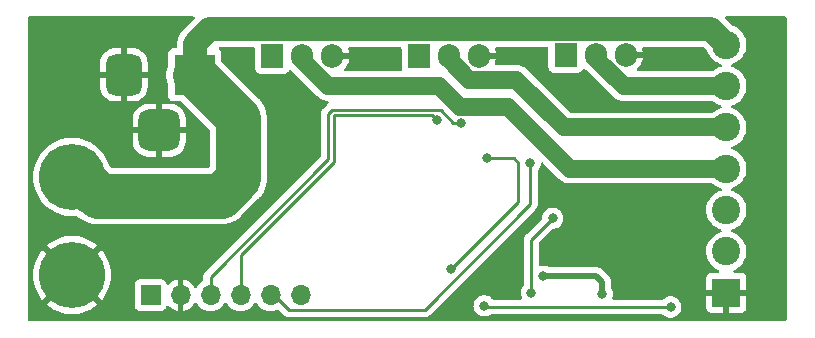
<source format=gbr>
%TF.GenerationSoftware,KiCad,Pcbnew,7.0.6*%
%TF.CreationDate,2024-04-30T22:33:33+02:00*%
%TF.ProjectId,MatchboxV2_HC,4d617463-6862-46f7-9856-325f48432e6b,rev?*%
%TF.SameCoordinates,Original*%
%TF.FileFunction,Copper,L2,Bot*%
%TF.FilePolarity,Positive*%
%FSLAX46Y46*%
G04 Gerber Fmt 4.6, Leading zero omitted, Abs format (unit mm)*
G04 Created by KiCad (PCBNEW 7.0.6) date 2024-04-30 22:33:33*
%MOMM*%
%LPD*%
G01*
G04 APERTURE LIST*
G04 Aperture macros list*
%AMRoundRect*
0 Rectangle with rounded corners*
0 $1 Rounding radius*
0 $2 $3 $4 $5 $6 $7 $8 $9 X,Y pos of 4 corners*
0 Add a 4 corners polygon primitive as box body*
4,1,4,$2,$3,$4,$5,$6,$7,$8,$9,$2,$3,0*
0 Add four circle primitives for the rounded corners*
1,1,$1+$1,$2,$3*
1,1,$1+$1,$4,$5*
1,1,$1+$1,$6,$7*
1,1,$1+$1,$8,$9*
0 Add four rect primitives between the rounded corners*
20,1,$1+$1,$2,$3,$4,$5,0*
20,1,$1+$1,$4,$5,$6,$7,0*
20,1,$1+$1,$6,$7,$8,$9,0*
20,1,$1+$1,$8,$9,$2,$3,0*%
G04 Aperture macros list end*
%TA.AperFunction,ComponentPad*%
%ADD10R,1.905000X2.000000*%
%TD*%
%TA.AperFunction,ComponentPad*%
%ADD11O,1.905000X2.000000*%
%TD*%
%TA.AperFunction,ComponentPad*%
%ADD12R,2.400000X2.400000*%
%TD*%
%TA.AperFunction,ComponentPad*%
%ADD13C,2.400000*%
%TD*%
%TA.AperFunction,ComponentPad*%
%ADD14C,3.600000*%
%TD*%
%TA.AperFunction,ConnectorPad*%
%ADD15C,5.600000*%
%TD*%
%TA.AperFunction,ComponentPad*%
%ADD16R,3.500000X3.500000*%
%TD*%
%TA.AperFunction,ComponentPad*%
%ADD17RoundRect,0.750000X-0.750000X-1.000000X0.750000X-1.000000X0.750000X1.000000X-0.750000X1.000000X0*%
%TD*%
%TA.AperFunction,ComponentPad*%
%ADD18RoundRect,0.875000X-0.875000X-0.875000X0.875000X-0.875000X0.875000X0.875000X-0.875000X0.875000X0*%
%TD*%
%TA.AperFunction,ComponentPad*%
%ADD19R,1.700000X1.700000*%
%TD*%
%TA.AperFunction,ComponentPad*%
%ADD20O,1.700000X1.700000*%
%TD*%
%TA.AperFunction,ViaPad*%
%ADD21C,0.600000*%
%TD*%
%TA.AperFunction,ViaPad*%
%ADD22C,0.800000*%
%TD*%
%TA.AperFunction,Conductor*%
%ADD23C,0.500000*%
%TD*%
%TA.AperFunction,Conductor*%
%ADD24C,0.250000*%
%TD*%
%TA.AperFunction,Conductor*%
%ADD25C,2.000000*%
%TD*%
%TA.AperFunction,Conductor*%
%ADD26C,3.800000*%
%TD*%
%TA.AperFunction,Conductor*%
%ADD27C,1.500000*%
%TD*%
%TA.AperFunction,Conductor*%
%ADD28C,4.000000*%
%TD*%
G04 APERTURE END LIST*
D10*
%TO.P,Q2,1,G*%
%TO.N,/FET2*%
X149960000Y-82345000D03*
D11*
%TO.P,Q2,2,D*%
%TO.N,/RGB-G*%
X152500000Y-82345000D03*
%TO.P,Q2,3,S*%
%TO.N,/GND*%
X155040000Y-82345000D03*
%TD*%
D12*
%TO.P,J4,1,Pin_1*%
%TO.N,/GND*%
X176000000Y-102400000D03*
D13*
%TO.P,J4,2,Pin_2*%
%TO.N,/3V3*%
X176000000Y-98900000D03*
%TO.P,J4,3,Pin_3*%
%TO.N,/IR*%
X176000000Y-95400000D03*
%TO.P,J4,4,Pin_4*%
%TO.N,/RGB-B*%
X176000000Y-91900000D03*
%TO.P,J4,5,Pin_5*%
%TO.N,/RGB-G*%
X176000000Y-88400000D03*
%TO.P,J4,6,Pin_6*%
%TO.N,/RGB-R*%
X176000000Y-84900000D03*
%TO.P,J4,7,Pin_7*%
%TO.N,/VCC*%
X176000000Y-81400000D03*
%TD*%
D10*
%TO.P,Q1,1,G*%
%TO.N,/FET1*%
X137560000Y-82345000D03*
D11*
%TO.P,Q1,2,D*%
%TO.N,/RGB-B*%
X140100000Y-82345000D03*
%TO.P,Q1,3,S*%
%TO.N,/GND*%
X142640000Y-82345000D03*
%TD*%
D14*
%TO.P,H1,1,1*%
%TO.N,/VCC*%
X120600000Y-92600000D03*
D15*
X120600000Y-92600000D03*
%TD*%
D16*
%TO.P,J3,1,Pin_1*%
%TO.N,/VCC*%
X131000000Y-83942500D03*
D17*
%TO.P,J3,2,Pin_2*%
%TO.N,/GND*%
X125000000Y-83942500D03*
D18*
%TO.P,J3,3,Pin_3*%
X128000000Y-88642500D03*
%TD*%
D19*
%TO.P,J1,1,Pin_1*%
%TO.N,/3V3*%
X127250000Y-102600000D03*
D20*
%TO.P,J1,2,Pin_2*%
%TO.N,/GND*%
X129790000Y-102600000D03*
%TO.P,J1,3,Pin_3*%
%TO.N,/RX*%
X132330000Y-102600000D03*
%TO.P,J1,4,Pin_4*%
%TO.N,/TX*%
X134870000Y-102600000D03*
%TO.P,J1,5,Pin_5*%
%TO.N,/FLS*%
X137410000Y-102600000D03*
%TO.P,J1,6,Pin_6*%
%TO.N,/RST*%
X139950000Y-102600000D03*
%TD*%
D14*
%TO.P,H2,1,1*%
%TO.N,/GND*%
X120600000Y-100900000D03*
D15*
X120600000Y-100900000D03*
%TD*%
D10*
%TO.P,Q3,1,G*%
%TO.N,/FET3*%
X162400000Y-82300000D03*
D11*
%TO.P,Q3,2,D*%
%TO.N,/RGB-R*%
X164940000Y-82300000D03*
%TO.P,Q3,3,S*%
%TO.N,/GND*%
X167480000Y-82300000D03*
%TD*%
D21*
%TO.N,/GND*%
X133500000Y-97800000D03*
D22*
%TO.N,/3V3*%
X165500000Y-102500000D03*
X155700000Y-91000000D03*
X160500000Y-101000000D03*
X152700000Y-100400000D03*
%TO.N,/RX*%
X153500000Y-88000000D03*
%TO.N,/TX*%
X151500000Y-87800000D03*
%TO.N,/FLS*%
X159400000Y-91400000D03*
%TO.N,/VCC*%
X129200000Y-94300000D03*
%TO.N,Net-(U1-EN)*%
X171300000Y-103600000D03*
X155500000Y-103500000D03*
%TO.N,/FET3*%
X161300000Y-96100000D03*
X159500000Y-102400000D03*
%TD*%
D23*
%TO.N,/3V3*%
X160500000Y-101000000D02*
X165000000Y-101000000D01*
D24*
X158400000Y-91400000D02*
X158400000Y-94700000D01*
X158000000Y-91000000D02*
X158400000Y-91400000D01*
X158400000Y-94700000D02*
X152700000Y-100400000D01*
X155700000Y-91000000D02*
X158000000Y-91000000D01*
D23*
X165000000Y-101000000D02*
X165500000Y-101500000D01*
X165500000Y-101500000D02*
X165500000Y-102500000D01*
D24*
%TO.N,/RX*%
X153500000Y-88000000D02*
X152900000Y-88000000D01*
X142641826Y-86905000D02*
X142305000Y-87241826D01*
X142305000Y-87241826D02*
X142305000Y-91095000D01*
X151805000Y-86905000D02*
X142641826Y-86905000D01*
X132330000Y-101070000D02*
X132330000Y-102300000D01*
X142305000Y-91095000D02*
X132330000Y-101070000D01*
X152900000Y-88000000D02*
X151805000Y-86905000D01*
%TO.N,/TX*%
X142755000Y-87428222D02*
X142828222Y-87355000D01*
X134870000Y-99230000D02*
X142755000Y-91345000D01*
X142828222Y-87355000D02*
X151055000Y-87355000D01*
X151055000Y-87355000D02*
X151500000Y-87800000D01*
X142755000Y-91345000D02*
X142755000Y-87428222D01*
X134870000Y-102300000D02*
X134870000Y-99230000D01*
%TO.N,/FLS*%
X150455000Y-103845000D02*
X138955000Y-103845000D01*
X159400000Y-91400000D02*
X159400000Y-94900000D01*
X138955000Y-103845000D02*
X137410000Y-102300000D01*
X159400000Y-94900000D02*
X150455000Y-103845000D01*
D25*
%TO.N,/VCC*%
X131000000Y-83900000D02*
X131000000Y-81300000D01*
D26*
X134700000Y-92700000D02*
X133200000Y-94200000D01*
D25*
X131000000Y-81300000D02*
X132200000Y-80100000D01*
D26*
X134700000Y-87642500D02*
X134700000Y-92700000D01*
D25*
X132200000Y-80100000D02*
X174700000Y-80100000D01*
X174700000Y-80100000D02*
X176000000Y-81400000D01*
D26*
X129100000Y-94200000D02*
X122800000Y-94200000D01*
X133200000Y-94200000D02*
X129300000Y-94200000D01*
D27*
X131000000Y-83900000D02*
X131000000Y-83942500D01*
D26*
X131000000Y-83942500D02*
X134700000Y-87642500D01*
D28*
X122500000Y-93900000D02*
X120900000Y-92300000D01*
D26*
X122800000Y-94200000D02*
X122500000Y-93900000D01*
D24*
%TO.N,Net-(U1-EN)*%
X171300000Y-103600000D02*
X155500000Y-103600000D01*
D27*
%TO.N,/RGB-B*%
X157550000Y-86650000D02*
X162800000Y-91900000D01*
X153450000Y-86650000D02*
X157550000Y-86650000D01*
X140000000Y-82400000D02*
X140000000Y-82598041D01*
X162800000Y-91900000D02*
X176000000Y-91900000D01*
X142301959Y-84900000D02*
X151700000Y-84900000D01*
X151700000Y-84900000D02*
X153450000Y-86650000D01*
X140000000Y-82598041D02*
X142301959Y-84900000D01*
%TO.N,/RGB-G*%
X152500000Y-82400000D02*
X152500000Y-82598041D01*
X162250000Y-88400000D02*
X176000000Y-88400000D01*
X154251959Y-84350000D02*
X158200000Y-84350000D01*
X152500000Y-82598041D02*
X154251959Y-84350000D01*
X158200000Y-84350000D02*
X162250000Y-88400000D01*
D24*
%TO.N,/FET3*%
X159500000Y-97900000D02*
X161300000Y-96100000D01*
X159500000Y-102400000D02*
X159500000Y-97900000D01*
D27*
%TO.N,/RGB-R*%
X167301959Y-84900000D02*
X176000000Y-84900000D01*
X165000000Y-82598041D02*
X167301959Y-84900000D01*
X165000000Y-82400000D02*
X165000000Y-82598041D01*
%TD*%
%TA.AperFunction,Conductor*%
%TO.N,/GND*%
G36*
X130945148Y-79020185D02*
G01*
X130990903Y-79072989D01*
X131000847Y-79142147D01*
X130971822Y-79205703D01*
X130965790Y-79212181D01*
X130007588Y-80170382D01*
X130001827Y-80175471D01*
X129980256Y-80192262D01*
X129917049Y-80260922D01*
X129895102Y-80282869D01*
X129895098Y-80282874D01*
X129875033Y-80306564D01*
X129844641Y-80339578D01*
X129811834Y-80375216D01*
X129796892Y-80398087D01*
X129792297Y-80404250D01*
X129774635Y-80425104D01*
X129726860Y-80505278D01*
X129675828Y-80583390D01*
X129675824Y-80583397D01*
X129664853Y-80608409D01*
X129661335Y-80615244D01*
X129647348Y-80638717D01*
X129647343Y-80638726D01*
X129613420Y-80725663D01*
X129575935Y-80811123D01*
X129569226Y-80837616D01*
X129566881Y-80844935D01*
X129556953Y-80870379D01*
X129556948Y-80870395D01*
X129537801Y-80961711D01*
X129514892Y-81052175D01*
X129514890Y-81052185D01*
X129512635Y-81079408D01*
X129511526Y-81087016D01*
X129505920Y-81113750D01*
X129505919Y-81113763D01*
X129502062Y-81207009D01*
X129499500Y-81237936D01*
X129499500Y-81268964D01*
X129495642Y-81362219D01*
X129495643Y-81362221D01*
X129499023Y-81389345D01*
X129499499Y-81397019D01*
X129499499Y-81568000D01*
X129479814Y-81635039D01*
X129427010Y-81680794D01*
X129375500Y-81692000D01*
X129202130Y-81692000D01*
X129202123Y-81692001D01*
X129142516Y-81698408D01*
X129007671Y-81748702D01*
X129007664Y-81748706D01*
X128892455Y-81834952D01*
X128892452Y-81834955D01*
X128806206Y-81950164D01*
X128806202Y-81950171D01*
X128755908Y-82085017D01*
X128749501Y-82144616D01*
X128749499Y-82144635D01*
X128749499Y-83083539D01*
X128741168Y-83128222D01*
X128705249Y-83221203D01*
X128705246Y-83221212D01*
X128631851Y-83520573D01*
X128631848Y-83520588D01*
X128597338Y-83826869D01*
X128597337Y-83826877D01*
X128602279Y-84135073D01*
X128602279Y-84135080D01*
X128646590Y-84440107D01*
X128729543Y-84736966D01*
X128729544Y-84736967D01*
X128739677Y-84760887D01*
X128749500Y-84809256D01*
X128749500Y-85740370D01*
X128749501Y-85740376D01*
X128755908Y-85799983D01*
X128806202Y-85934828D01*
X128806206Y-85934835D01*
X128892452Y-86050044D01*
X128892455Y-86050047D01*
X129007664Y-86136293D01*
X129007673Y-86136298D01*
X129056506Y-86154511D01*
X129112440Y-86196381D01*
X129136858Y-86261845D01*
X129122007Y-86330118D01*
X129072603Y-86379524D01*
X129006598Y-86394518D01*
X128968592Y-86392500D01*
X128250000Y-86392500D01*
X128250000Y-88142500D01*
X127750000Y-88142500D01*
X127750000Y-86392500D01*
X127749999Y-86392500D01*
X127031409Y-86392501D01*
X126978809Y-86395294D01*
X126749012Y-86439737D01*
X126530024Y-86522379D01*
X126328158Y-86640839D01*
X126328151Y-86640844D01*
X126149213Y-86791711D01*
X126149211Y-86791713D01*
X125998344Y-86970651D01*
X125998339Y-86970658D01*
X125879879Y-87172524D01*
X125797237Y-87391512D01*
X125752794Y-87621308D01*
X125752794Y-87621309D01*
X125750000Y-87673909D01*
X125750000Y-88392500D01*
X126566314Y-88392500D01*
X126540507Y-88432656D01*
X126500000Y-88570611D01*
X126500000Y-88714389D01*
X126540507Y-88852344D01*
X126566314Y-88892500D01*
X125750001Y-88892500D01*
X125750001Y-89611091D01*
X125752794Y-89663690D01*
X125797237Y-89893487D01*
X125879879Y-90112475D01*
X125998339Y-90314341D01*
X125998344Y-90314348D01*
X126149211Y-90493286D01*
X126149213Y-90493288D01*
X126328151Y-90644155D01*
X126328158Y-90644160D01*
X126530024Y-90762620D01*
X126749012Y-90845262D01*
X126978808Y-90889705D01*
X127031408Y-90892499D01*
X127749999Y-90892499D01*
X127749999Y-90892498D01*
X127750000Y-89142500D01*
X128250000Y-89142500D01*
X128250000Y-90892499D01*
X128968591Y-90892499D01*
X129021190Y-90889705D01*
X129250987Y-90845262D01*
X129469975Y-90762620D01*
X129671841Y-90644160D01*
X129671848Y-90644155D01*
X129850786Y-90493288D01*
X129850788Y-90493286D01*
X130001655Y-90314348D01*
X130001660Y-90314341D01*
X130120120Y-90112475D01*
X130202762Y-89893487D01*
X130247205Y-89663691D01*
X130247205Y-89663690D01*
X130250000Y-89611091D01*
X130250000Y-88892500D01*
X129433686Y-88892500D01*
X129459493Y-88852344D01*
X129500000Y-88714389D01*
X129500000Y-88570611D01*
X129459493Y-88432656D01*
X129433686Y-88392500D01*
X130249999Y-88392500D01*
X130249999Y-87673909D01*
X130247205Y-87621309D01*
X130202762Y-87391512D01*
X130120120Y-87172524D01*
X130001660Y-86970658D01*
X130001655Y-86970651D01*
X129850788Y-86791713D01*
X129850786Y-86791711D01*
X129671848Y-86640844D01*
X129671841Y-86640839D01*
X129469975Y-86522379D01*
X129250984Y-86439736D01*
X129245840Y-86438741D01*
X129183760Y-86406680D01*
X129148869Y-86346146D01*
X129152244Y-86276358D01*
X129192814Y-86219473D01*
X129257697Y-86193552D01*
X129269376Y-86192999D01*
X129804317Y-86192999D01*
X129871356Y-86212684D01*
X129891998Y-86229318D01*
X132263181Y-88600501D01*
X132296666Y-88661824D01*
X132299500Y-88688182D01*
X132299500Y-91654317D01*
X132279815Y-91721356D01*
X132263183Y-91741996D01*
X132242001Y-91763179D01*
X132180679Y-91796666D01*
X132154318Y-91799500D01*
X123987103Y-91799500D01*
X123920064Y-91779815D01*
X123899422Y-91763181D01*
X123775184Y-91638943D01*
X123743384Y-91584434D01*
X123732325Y-91544601D01*
X123732325Y-91544600D01*
X123732324Y-91544597D01*
X123599853Y-91212120D01*
X123432211Y-90895915D01*
X123231365Y-90599689D01*
X123231361Y-90599684D01*
X123231358Y-90599680D01*
X122999668Y-90326914D01*
X122984570Y-90312612D01*
X122739837Y-90080789D01*
X122739830Y-90080783D01*
X122739827Y-90080781D01*
X122616970Y-89987388D01*
X122454919Y-89864200D01*
X122148253Y-89679685D01*
X122148252Y-89679684D01*
X122148248Y-89679682D01*
X122148244Y-89679680D01*
X121823447Y-89529414D01*
X121823441Y-89529411D01*
X121823435Y-89529409D01*
X121653854Y-89472270D01*
X121484273Y-89415131D01*
X121134744Y-89338194D01*
X120778949Y-89299500D01*
X120778948Y-89299500D01*
X120421052Y-89299500D01*
X120421050Y-89299500D01*
X120065255Y-89338194D01*
X119715726Y-89415131D01*
X119459970Y-89501306D01*
X119376565Y-89529409D01*
X119376562Y-89529410D01*
X119376563Y-89529410D01*
X119376552Y-89529414D01*
X119051755Y-89679680D01*
X119051751Y-89679682D01*
X118962751Y-89733232D01*
X118745081Y-89864200D01*
X118706555Y-89893487D01*
X118460172Y-90080781D01*
X118460163Y-90080789D01*
X118200331Y-90326914D01*
X117968641Y-90599680D01*
X117968634Y-90599690D01*
X117767790Y-90895913D01*
X117767784Y-90895922D01*
X117600151Y-91212111D01*
X117600142Y-91212129D01*
X117467674Y-91544600D01*
X117467672Y-91544607D01*
X117371932Y-91889434D01*
X117371926Y-91889460D01*
X117314029Y-92242614D01*
X117314028Y-92242627D01*
X117314028Y-92242629D01*
X117294652Y-92600000D01*
X117308429Y-92854111D01*
X117314028Y-92957368D01*
X117314029Y-92957385D01*
X117371926Y-93310539D01*
X117371932Y-93310565D01*
X117467672Y-93655392D01*
X117467674Y-93655399D01*
X117600142Y-93987870D01*
X117600151Y-93987888D01*
X117767784Y-94304077D01*
X117767787Y-94304082D01*
X117767789Y-94304085D01*
X117895697Y-94492736D01*
X117968634Y-94600309D01*
X117968641Y-94600319D01*
X118198141Y-94870507D01*
X118200332Y-94873086D01*
X118460163Y-95119211D01*
X118745081Y-95335800D01*
X119051747Y-95520315D01*
X119051749Y-95520316D01*
X119051751Y-95520317D01*
X119051755Y-95520319D01*
X119154350Y-95567784D01*
X119376565Y-95670591D01*
X119715726Y-95784868D01*
X120065254Y-95861805D01*
X120421052Y-95900500D01*
X120421058Y-95900500D01*
X120778943Y-95900500D01*
X120778948Y-95900500D01*
X120919847Y-95885175D01*
X120988619Y-95897495D01*
X121002941Y-95905884D01*
X121224626Y-96056542D01*
X121224628Y-96056543D01*
X121364138Y-96127627D01*
X121370640Y-96131455D01*
X121409260Y-96157485D01*
X121411660Y-96159187D01*
X121487747Y-96215972D01*
X121536014Y-96243155D01*
X121540235Y-96245761D01*
X121562194Y-96260561D01*
X121586166Y-96276718D01*
X121586175Y-96276722D01*
X121586184Y-96276728D01*
X121670997Y-96319259D01*
X121673629Y-96320659D01*
X121714247Y-96343534D01*
X121756318Y-96367228D01*
X121805743Y-96387238D01*
X121807660Y-96388014D01*
X121812182Y-96390059D01*
X121861697Y-96414890D01*
X121903862Y-96429644D01*
X121951276Y-96446235D01*
X121954032Y-96447273D01*
X122042025Y-96482899D01*
X122076464Y-96491929D01*
X122095604Y-96496949D01*
X122100357Y-96498401D01*
X122152628Y-96516692D01*
X122152630Y-96516692D01*
X122152634Y-96516694D01*
X122197864Y-96526257D01*
X122245476Y-96536325D01*
X122248376Y-96537011D01*
X122290190Y-96547975D01*
X122340179Y-96561084D01*
X122340185Y-96561084D01*
X122340192Y-96561086D01*
X122358273Y-96563416D01*
X122395117Y-96568166D01*
X122400002Y-96568997D01*
X122418615Y-96572932D01*
X122454201Y-96580457D01*
X122548805Y-96588054D01*
X122551744Y-96588361D01*
X122645883Y-96600500D01*
X122701274Y-96600500D01*
X122706236Y-96600698D01*
X122761446Y-96605133D01*
X122818360Y-96602394D01*
X122856237Y-96600572D01*
X122859217Y-96600500D01*
X129145883Y-96600500D01*
X133061706Y-96600500D01*
X133068644Y-96600889D01*
X133084377Y-96602662D01*
X133219232Y-96600500D01*
X133276974Y-96600500D01*
X133276979Y-96600500D01*
X133282021Y-96600175D01*
X133294732Y-96599359D01*
X133297676Y-96599242D01*
X133392572Y-96597721D01*
X133447391Y-96589757D01*
X133452316Y-96589242D01*
X133507601Y-96585693D01*
X133600754Y-96567551D01*
X133603671Y-96567055D01*
X133697604Y-96553410D01*
X133750948Y-96538502D01*
X133755754Y-96537364D01*
X133810151Y-96526772D01*
X133900242Y-96496859D01*
X133903053Y-96495999D01*
X133994467Y-96470456D01*
X134045472Y-96448847D01*
X134050124Y-96447094D01*
X134102683Y-96429644D01*
X134188197Y-96388461D01*
X134190857Y-96387258D01*
X134278284Y-96350223D01*
X134326124Y-96322259D01*
X134330479Y-96319943D01*
X134380393Y-96295907D01*
X134459962Y-96244111D01*
X134462425Y-96242591D01*
X134526774Y-96204980D01*
X134544388Y-96194686D01*
X134544389Y-96194685D01*
X134544388Y-96194685D01*
X134544396Y-96194681D01*
X134588248Y-96160845D01*
X134592302Y-96157968D01*
X134620075Y-96139890D01*
X134638720Y-96127754D01*
X134710987Y-96066230D01*
X134713260Y-96064387D01*
X134788433Y-96006387D01*
X134827611Y-95967207D01*
X134831242Y-95963856D01*
X134873424Y-95927948D01*
X134937242Y-95857676D01*
X134939244Y-95855574D01*
X136299625Y-94495192D01*
X136304794Y-94490572D01*
X136317181Y-94480696D01*
X136361695Y-94434730D01*
X136411031Y-94383788D01*
X136451840Y-94342979D01*
X136463560Y-94329649D01*
X136465564Y-94327476D01*
X136531614Y-94259276D01*
X136564752Y-94214871D01*
X136567864Y-94211033D01*
X136604446Y-94169433D01*
X136657485Y-94090737D01*
X136659195Y-94088326D01*
X136715972Y-94012253D01*
X136743159Y-93963977D01*
X136745746Y-93959785D01*
X136776718Y-93913835D01*
X136819275Y-93828967D01*
X136820659Y-93826368D01*
X136867223Y-93743691D01*
X136867223Y-93743689D01*
X136867228Y-93743682D01*
X136888027Y-93692304D01*
X136890051Y-93687829D01*
X136914889Y-93638303D01*
X136946235Y-93548719D01*
X136947273Y-93545967D01*
X136982899Y-93457975D01*
X136996950Y-93404387D01*
X136998398Y-93399651D01*
X137016694Y-93347366D01*
X137036337Y-93254454D01*
X137036999Y-93251662D01*
X137061084Y-93159821D01*
X137068171Y-93104844D01*
X137068991Y-93100015D01*
X137080456Y-93045800D01*
X137088055Y-92951174D01*
X137088354Y-92948304D01*
X137100500Y-92854117D01*
X137100500Y-92798723D01*
X137100699Y-92793759D01*
X137105133Y-92738555D01*
X137102533Y-92684541D01*
X137100572Y-92643762D01*
X137100500Y-92640782D01*
X137100500Y-87780791D01*
X137100890Y-87773844D01*
X137102662Y-87758118D01*
X137100500Y-87623267D01*
X137100500Y-87565521D01*
X137100154Y-87560148D01*
X137099359Y-87547768D01*
X137099242Y-87544818D01*
X137097721Y-87449928D01*
X137089757Y-87395110D01*
X137089241Y-87390169D01*
X137085693Y-87334899D01*
X137067547Y-87241726D01*
X137067057Y-87238842D01*
X137053410Y-87144895D01*
X137038499Y-87091537D01*
X137037365Y-87086744D01*
X137026772Y-87032349D01*
X137026769Y-87032339D01*
X137026769Y-87032338D01*
X136996861Y-86942263D01*
X136995999Y-86939446D01*
X136970456Y-86848033D01*
X136948843Y-86797015D01*
X136947103Y-86792401D01*
X136929644Y-86739817D01*
X136924878Y-86729921D01*
X136911934Y-86703041D01*
X136888458Y-86654293D01*
X136887257Y-86651640D01*
X136850222Y-86564216D01*
X136822262Y-86516379D01*
X136819943Y-86512020D01*
X136795907Y-86462107D01*
X136744130Y-86382564D01*
X136742564Y-86380026D01*
X136694681Y-86298103D01*
X136694680Y-86298102D01*
X136660841Y-86254246D01*
X136657974Y-86250206D01*
X136627754Y-86203780D01*
X136566236Y-86131518D01*
X136564363Y-86129207D01*
X136506390Y-86054070D01*
X136488498Y-86036178D01*
X136467205Y-86014885D01*
X136463847Y-86011245D01*
X136427952Y-85969080D01*
X136427951Y-85969079D01*
X136427948Y-85969076D01*
X136357667Y-85905249D01*
X136355544Y-85903224D01*
X133286818Y-82834498D01*
X133253333Y-82773175D01*
X133250499Y-82746817D01*
X133250499Y-82144629D01*
X133250498Y-82144623D01*
X133250497Y-82144616D01*
X133244091Y-82085017D01*
X133204571Y-81979059D01*
X133193797Y-81950171D01*
X133193793Y-81950164D01*
X133107548Y-81834956D01*
X133107546Y-81834955D01*
X133107546Y-81834954D01*
X133092599Y-81823765D01*
X133050730Y-81767833D01*
X133045746Y-81698142D01*
X133079231Y-81636819D01*
X133140554Y-81603334D01*
X133166912Y-81600500D01*
X135983000Y-81600500D01*
X136050039Y-81620185D01*
X136095794Y-81672989D01*
X136107000Y-81724500D01*
X136107000Y-83392870D01*
X136107001Y-83392876D01*
X136113408Y-83452483D01*
X136163702Y-83587328D01*
X136163706Y-83587335D01*
X136249952Y-83702544D01*
X136249955Y-83702547D01*
X136365164Y-83788793D01*
X136365171Y-83788797D01*
X136500017Y-83839091D01*
X136500016Y-83839091D01*
X136506944Y-83839835D01*
X136559627Y-83845500D01*
X138560372Y-83845499D01*
X138619983Y-83839091D01*
X138754831Y-83788796D01*
X138870046Y-83702546D01*
X138956296Y-83587331D01*
X138960725Y-83575455D01*
X139002593Y-83519521D01*
X139068056Y-83495101D01*
X139136330Y-83509950D01*
X139164589Y-83531104D01*
X141365601Y-85732116D01*
X141370238Y-85737304D01*
X141394451Y-85767666D01*
X141445926Y-85812639D01*
X141448959Y-85815474D01*
X141457430Y-85823945D01*
X141489778Y-85850951D01*
X141563963Y-85915765D01*
X141567712Y-85918005D01*
X141583581Y-85929264D01*
X141586939Y-85932067D01*
X141586942Y-85932070D01*
X141652162Y-85969076D01*
X141672641Y-85980696D01*
X141757195Y-86031215D01*
X141761285Y-86032749D01*
X141778909Y-86040995D01*
X141782708Y-86043151D01*
X141782709Y-86043151D01*
X141782714Y-86043154D01*
X141875721Y-86075698D01*
X141967935Y-86110307D01*
X141972225Y-86111085D01*
X141991053Y-86116055D01*
X141995177Y-86117498D01*
X142092498Y-86132912D01*
X142111145Y-86136296D01*
X142189410Y-86150500D01*
X142189412Y-86150500D01*
X142193781Y-86150500D01*
X142213179Y-86152026D01*
X142217500Y-86152711D01*
X142229082Y-86152451D01*
X142296546Y-86170626D01*
X142343475Y-86222390D01*
X142354968Y-86291308D01*
X142327377Y-86355499D01*
X142304756Y-86376734D01*
X142300401Y-86379898D01*
X142295515Y-86383108D01*
X142255405Y-86406829D01*
X142241241Y-86420994D01*
X142226449Y-86433628D01*
X142210238Y-86445405D01*
X142180532Y-86481312D01*
X142176600Y-86485634D01*
X141921211Y-86741023D01*
X141908948Y-86750848D01*
X141909131Y-86751070D01*
X141903120Y-86756041D01*
X141855771Y-86806463D01*
X141834889Y-86827345D01*
X141834877Y-86827358D01*
X141830621Y-86832843D01*
X141826837Y-86837273D01*
X141794937Y-86871244D01*
X141794936Y-86871246D01*
X141785284Y-86888802D01*
X141774610Y-86905052D01*
X141762329Y-86920887D01*
X141762324Y-86920894D01*
X141743815Y-86963664D01*
X141741245Y-86968910D01*
X141718803Y-87009732D01*
X141713822Y-87029133D01*
X141707521Y-87047536D01*
X141699562Y-87065928D01*
X141699561Y-87065931D01*
X141692271Y-87111953D01*
X141691087Y-87117672D01*
X141679501Y-87162798D01*
X141679500Y-87162808D01*
X141679500Y-87182842D01*
X141677973Y-87202241D01*
X141674840Y-87222020D01*
X141674840Y-87222021D01*
X141679225Y-87268409D01*
X141679500Y-87274247D01*
X141679500Y-90784546D01*
X141659815Y-90851585D01*
X141643181Y-90872227D01*
X131946208Y-100569199D01*
X131933951Y-100579020D01*
X131934134Y-100579241D01*
X131928123Y-100584213D01*
X131880772Y-100634636D01*
X131859889Y-100655519D01*
X131859877Y-100655532D01*
X131855621Y-100661017D01*
X131851837Y-100665447D01*
X131819937Y-100699418D01*
X131819936Y-100699420D01*
X131810284Y-100716976D01*
X131799610Y-100733226D01*
X131787329Y-100749061D01*
X131787324Y-100749068D01*
X131768815Y-100791838D01*
X131766245Y-100797084D01*
X131743803Y-100837906D01*
X131738822Y-100857307D01*
X131732521Y-100875710D01*
X131724562Y-100894102D01*
X131724561Y-100894105D01*
X131717271Y-100940127D01*
X131716087Y-100945846D01*
X131704501Y-100990972D01*
X131704500Y-100990982D01*
X131704500Y-101011016D01*
X131702973Y-101030416D01*
X131699839Y-101050194D01*
X131704224Y-101096580D01*
X131704499Y-101102417D01*
X131704499Y-101324773D01*
X131684814Y-101391812D01*
X131651623Y-101426348D01*
X131458594Y-101561508D01*
X131291508Y-101728594D01*
X131161269Y-101914595D01*
X131106692Y-101958219D01*
X131037193Y-101965412D01*
X130974839Y-101933890D01*
X130958119Y-101914594D01*
X130828113Y-101728926D01*
X130828108Y-101728920D01*
X130661082Y-101561894D01*
X130467578Y-101426399D01*
X130253492Y-101326570D01*
X130253486Y-101326567D01*
X130040000Y-101269364D01*
X130040000Y-102164498D01*
X129932315Y-102115320D01*
X129825763Y-102100000D01*
X129754237Y-102100000D01*
X129647685Y-102115320D01*
X129539999Y-102164498D01*
X129539999Y-101269364D01*
X129539998Y-101269364D01*
X129326505Y-101326570D01*
X129112422Y-101426399D01*
X129112420Y-101426400D01*
X128918926Y-101561886D01*
X128796865Y-101683947D01*
X128735542Y-101717431D01*
X128665850Y-101712447D01*
X128609917Y-101670575D01*
X128593002Y-101639598D01*
X128543797Y-101507671D01*
X128543793Y-101507664D01*
X128457547Y-101392455D01*
X128457544Y-101392452D01*
X128342335Y-101306206D01*
X128342328Y-101306202D01*
X128207482Y-101255908D01*
X128207483Y-101255908D01*
X128147883Y-101249501D01*
X128147881Y-101249500D01*
X128147873Y-101249500D01*
X128147864Y-101249500D01*
X126352129Y-101249500D01*
X126352123Y-101249501D01*
X126292516Y-101255908D01*
X126157671Y-101306202D01*
X126157664Y-101306206D01*
X126042455Y-101392452D01*
X126042452Y-101392455D01*
X125956206Y-101507664D01*
X125956202Y-101507671D01*
X125905908Y-101642517D01*
X125899501Y-101702116D01*
X125899500Y-101702135D01*
X125899500Y-103497870D01*
X125899501Y-103497876D01*
X125905908Y-103557483D01*
X125956202Y-103692328D01*
X125956206Y-103692335D01*
X126042452Y-103807544D01*
X126042455Y-103807547D01*
X126157664Y-103893793D01*
X126157671Y-103893797D01*
X126292517Y-103944091D01*
X126292516Y-103944091D01*
X126299444Y-103944835D01*
X126352127Y-103950500D01*
X128147872Y-103950499D01*
X128207483Y-103944091D01*
X128342331Y-103893796D01*
X128457546Y-103807546D01*
X128543796Y-103692331D01*
X128593002Y-103560401D01*
X128634872Y-103504468D01*
X128700337Y-103480050D01*
X128768610Y-103494901D01*
X128796865Y-103516053D01*
X128918917Y-103638105D01*
X129112421Y-103773600D01*
X129326507Y-103873429D01*
X129326516Y-103873433D01*
X129539998Y-103930635D01*
X129539999Y-103930634D01*
X129539999Y-103035501D01*
X129647685Y-103084680D01*
X129754237Y-103100000D01*
X129825763Y-103100000D01*
X129932315Y-103084680D01*
X130040000Y-103035501D01*
X130040000Y-103930633D01*
X130253483Y-103873433D01*
X130253492Y-103873429D01*
X130467578Y-103773600D01*
X130661082Y-103638105D01*
X130828105Y-103471082D01*
X130958119Y-103285405D01*
X131012696Y-103241781D01*
X131082195Y-103234588D01*
X131144549Y-103266110D01*
X131161269Y-103285405D01*
X131291505Y-103471401D01*
X131458599Y-103638495D01*
X131555384Y-103706264D01*
X131652165Y-103774032D01*
X131652167Y-103774033D01*
X131652170Y-103774035D01*
X131866337Y-103873903D01*
X132094592Y-103935063D01*
X132271034Y-103950500D01*
X132329999Y-103955659D01*
X132330000Y-103955659D01*
X132330001Y-103955659D01*
X132388966Y-103950500D01*
X132565408Y-103935063D01*
X132793663Y-103873903D01*
X133007830Y-103774035D01*
X133201401Y-103638495D01*
X133368495Y-103471401D01*
X133498426Y-103285841D01*
X133553002Y-103242217D01*
X133622500Y-103235023D01*
X133684855Y-103266546D01*
X133701575Y-103285842D01*
X133831281Y-103471082D01*
X133831505Y-103471401D01*
X133998599Y-103638495D01*
X134095384Y-103706264D01*
X134192165Y-103774032D01*
X134192167Y-103774033D01*
X134192170Y-103774035D01*
X134406337Y-103873903D01*
X134634592Y-103935063D01*
X134811034Y-103950500D01*
X134869999Y-103955659D01*
X134870000Y-103955659D01*
X134870001Y-103955659D01*
X134928966Y-103950500D01*
X135105408Y-103935063D01*
X135333663Y-103873903D01*
X135547830Y-103774035D01*
X135741401Y-103638495D01*
X135908495Y-103471401D01*
X136038426Y-103285840D01*
X136093001Y-103242217D01*
X136162499Y-103235023D01*
X136224854Y-103266546D01*
X136241574Y-103285841D01*
X136371505Y-103471401D01*
X136538599Y-103638495D01*
X136635384Y-103706264D01*
X136732165Y-103774032D01*
X136732167Y-103774033D01*
X136732170Y-103774035D01*
X136946337Y-103873903D01*
X137174592Y-103935063D01*
X137351034Y-103950500D01*
X137409999Y-103955659D01*
X137410000Y-103955659D01*
X137410001Y-103955659D01*
X137468966Y-103950500D01*
X137645408Y-103935063D01*
X137873663Y-103873903D01*
X137948862Y-103838836D01*
X138017938Y-103828345D01*
X138081722Y-103856864D01*
X138088947Y-103863538D01*
X138454197Y-104228788D01*
X138464022Y-104241051D01*
X138464243Y-104240869D01*
X138469214Y-104246878D01*
X138490043Y-104266437D01*
X138519635Y-104294226D01*
X138540529Y-104315120D01*
X138546011Y-104319373D01*
X138550443Y-104323157D01*
X138584418Y-104355062D01*
X138601976Y-104364714D01*
X138618233Y-104375393D01*
X138634064Y-104387673D01*
X138653737Y-104396186D01*
X138676833Y-104406182D01*
X138682077Y-104408750D01*
X138722908Y-104431197D01*
X138735523Y-104434435D01*
X138742305Y-104436177D01*
X138760719Y-104442481D01*
X138779104Y-104450438D01*
X138825157Y-104457732D01*
X138830826Y-104458906D01*
X138875981Y-104470500D01*
X138896016Y-104470500D01*
X138915413Y-104472026D01*
X138935196Y-104475160D01*
X138981583Y-104470775D01*
X138987422Y-104470500D01*
X150372257Y-104470500D01*
X150387877Y-104472224D01*
X150387904Y-104471939D01*
X150395660Y-104472671D01*
X150395667Y-104472673D01*
X150464814Y-104470500D01*
X150494350Y-104470500D01*
X150501228Y-104469630D01*
X150507041Y-104469172D01*
X150553627Y-104467709D01*
X150572869Y-104462117D01*
X150591912Y-104458174D01*
X150611792Y-104455664D01*
X150655122Y-104438507D01*
X150660646Y-104436617D01*
X150664396Y-104435527D01*
X150705390Y-104423618D01*
X150722629Y-104413422D01*
X150740103Y-104404862D01*
X150758727Y-104397488D01*
X150758727Y-104397487D01*
X150758732Y-104397486D01*
X150796449Y-104370082D01*
X150801305Y-104366892D01*
X150841420Y-104343170D01*
X150855589Y-104328999D01*
X150870379Y-104316368D01*
X150886587Y-104304594D01*
X150916299Y-104268676D01*
X150920212Y-104264376D01*
X151684588Y-103500000D01*
X154594540Y-103500000D01*
X154614326Y-103688256D01*
X154614327Y-103688259D01*
X154672818Y-103868277D01*
X154672821Y-103868284D01*
X154767467Y-104032216D01*
X154857506Y-104132214D01*
X154894129Y-104172888D01*
X155047265Y-104284148D01*
X155047270Y-104284151D01*
X155220192Y-104361142D01*
X155220197Y-104361144D01*
X155405354Y-104400500D01*
X155405355Y-104400500D01*
X155594644Y-104400500D01*
X155594646Y-104400500D01*
X155779803Y-104361144D01*
X155952730Y-104284151D01*
X155968231Y-104272889D01*
X156000862Y-104249182D01*
X156066669Y-104225702D01*
X156073747Y-104225500D01*
X170596252Y-104225500D01*
X170663291Y-104245185D01*
X170688400Y-104266526D01*
X170694126Y-104272885D01*
X170694130Y-104272889D01*
X170847265Y-104384148D01*
X170847270Y-104384151D01*
X171020192Y-104461142D01*
X171020197Y-104461144D01*
X171205354Y-104500500D01*
X171205355Y-104500500D01*
X171394644Y-104500500D01*
X171394646Y-104500500D01*
X171579803Y-104461144D01*
X171752730Y-104384151D01*
X171905871Y-104272888D01*
X172032533Y-104132216D01*
X172127179Y-103968284D01*
X172185674Y-103788256D01*
X172205460Y-103600000D01*
X172185674Y-103411744D01*
X172127179Y-103231716D01*
X172032533Y-103067784D01*
X171905871Y-102927112D01*
X171905870Y-102927111D01*
X171752734Y-102815851D01*
X171752729Y-102815848D01*
X171579807Y-102738857D01*
X171579802Y-102738855D01*
X171434001Y-102707865D01*
X171394646Y-102699500D01*
X171205354Y-102699500D01*
X171172897Y-102706398D01*
X171020197Y-102738855D01*
X171020192Y-102738857D01*
X170847270Y-102815848D01*
X170847265Y-102815851D01*
X170694130Y-102927110D01*
X170694126Y-102927114D01*
X170688400Y-102933474D01*
X170628913Y-102970121D01*
X170596252Y-102974500D01*
X166463339Y-102974500D01*
X166396300Y-102954815D01*
X166350545Y-102902011D01*
X166340601Y-102832853D01*
X166345408Y-102812182D01*
X166359673Y-102768277D01*
X166385674Y-102688256D01*
X166405460Y-102500000D01*
X166385674Y-102311744D01*
X166327179Y-102131716D01*
X166287401Y-102062818D01*
X166267113Y-102027677D01*
X166250500Y-101965677D01*
X166250500Y-101563705D01*
X166251809Y-101545735D01*
X166252129Y-101543547D01*
X166255289Y-101521977D01*
X166254037Y-101507671D01*
X166250736Y-101469934D01*
X166250500Y-101464528D01*
X166250500Y-101456297D01*
X166250500Y-101456291D01*
X166246693Y-101423724D01*
X166239999Y-101347203D01*
X166239999Y-101347201D01*
X166238539Y-101340129D01*
X166238597Y-101340116D01*
X166236965Y-101332757D01*
X166236906Y-101332772D01*
X166235242Y-101325753D01*
X166235241Y-101325745D01*
X166208974Y-101253576D01*
X166184814Y-101180666D01*
X166184809Y-101180659D01*
X166181760Y-101174118D01*
X166181815Y-101174091D01*
X166178533Y-101167313D01*
X166178480Y-101167340D01*
X166175235Y-101160880D01*
X166133028Y-101096708D01*
X166118336Y-101072888D01*
X166092712Y-101031345D01*
X166092711Y-101031344D01*
X166092710Y-101031342D01*
X166088234Y-101025682D01*
X166088281Y-101025644D01*
X166083519Y-101019799D01*
X166083474Y-101019838D01*
X166078834Y-101014309D01*
X166078832Y-101014307D01*
X166078830Y-101014304D01*
X166048061Y-100985275D01*
X166022966Y-100961598D01*
X165575729Y-100514361D01*
X165563949Y-100500730D01*
X165554017Y-100487389D01*
X165549612Y-100481472D01*
X165549610Y-100481470D01*
X165509587Y-100447886D01*
X165505612Y-100444244D01*
X165502690Y-100441322D01*
X165499780Y-100438411D01*
X165474040Y-100418059D01*
X165424878Y-100376807D01*
X165415214Y-100368698D01*
X165415213Y-100368697D01*
X165415209Y-100368694D01*
X165409180Y-100364729D01*
X165409212Y-100364680D01*
X165402853Y-100360628D01*
X165402822Y-100360679D01*
X165396680Y-100356891D01*
X165396678Y-100356890D01*
X165396677Y-100356889D01*
X165357474Y-100338608D01*
X165327058Y-100324424D01*
X165292894Y-100307267D01*
X165258433Y-100289960D01*
X165258431Y-100289959D01*
X165258430Y-100289959D01*
X165251645Y-100287489D01*
X165251665Y-100287433D01*
X165244549Y-100284959D01*
X165244531Y-100285015D01*
X165237671Y-100282742D01*
X165209841Y-100276996D01*
X165162434Y-100267207D01*
X165113472Y-100255603D01*
X165087719Y-100249499D01*
X165080547Y-100248661D01*
X165080553Y-100248601D01*
X165073055Y-100247835D01*
X165073050Y-100247895D01*
X165065860Y-100247265D01*
X164989083Y-100249500D01*
X161039337Y-100249500D01*
X160972298Y-100229815D01*
X160966452Y-100225818D01*
X160952734Y-100215851D01*
X160952729Y-100215848D01*
X160779807Y-100138857D01*
X160779802Y-100138855D01*
X160634000Y-100107865D01*
X160594646Y-100099500D01*
X160405354Y-100099500D01*
X160405352Y-100099500D01*
X160275280Y-100127147D01*
X160205613Y-100121831D01*
X160149880Y-100079693D01*
X160125775Y-100014113D01*
X160125500Y-100005857D01*
X160125500Y-98210452D01*
X160145185Y-98143413D01*
X160161819Y-98122771D01*
X161247772Y-97036819D01*
X161309095Y-97003334D01*
X161335453Y-97000500D01*
X161394644Y-97000500D01*
X161394646Y-97000500D01*
X161579803Y-96961144D01*
X161752730Y-96884151D01*
X161905871Y-96772888D01*
X162032533Y-96632216D01*
X162127179Y-96468284D01*
X162185674Y-96288256D01*
X162205460Y-96100000D01*
X162185674Y-95911744D01*
X162127179Y-95731716D01*
X162032533Y-95567784D01*
X161905871Y-95427112D01*
X161868560Y-95400004D01*
X161752734Y-95315851D01*
X161752729Y-95315848D01*
X161579807Y-95238857D01*
X161579802Y-95238855D01*
X161434000Y-95207865D01*
X161394646Y-95199500D01*
X161205354Y-95199500D01*
X161172897Y-95206398D01*
X161020197Y-95238855D01*
X161020192Y-95238857D01*
X160847270Y-95315848D01*
X160847265Y-95315851D01*
X160694129Y-95427111D01*
X160567466Y-95567785D01*
X160472821Y-95731715D01*
X160472818Y-95731722D01*
X160417979Y-95900500D01*
X160414326Y-95911744D01*
X160398285Y-96064365D01*
X160396679Y-96079649D01*
X160370094Y-96144263D01*
X160361039Y-96154368D01*
X159116208Y-97399199D01*
X159103951Y-97409020D01*
X159104134Y-97409241D01*
X159098123Y-97414213D01*
X159050772Y-97464636D01*
X159029889Y-97485519D01*
X159029877Y-97485532D01*
X159025621Y-97491017D01*
X159021837Y-97495447D01*
X158989937Y-97529418D01*
X158989936Y-97529420D01*
X158980284Y-97546976D01*
X158969610Y-97563226D01*
X158957329Y-97579061D01*
X158957324Y-97579068D01*
X158938815Y-97621838D01*
X158936245Y-97627084D01*
X158913803Y-97667906D01*
X158908822Y-97687307D01*
X158902521Y-97705710D01*
X158894562Y-97724102D01*
X158894561Y-97724105D01*
X158887271Y-97770127D01*
X158886087Y-97775846D01*
X158874501Y-97820972D01*
X158874500Y-97820982D01*
X158874500Y-97841016D01*
X158872973Y-97860415D01*
X158869840Y-97880194D01*
X158869840Y-97880195D01*
X158874225Y-97926583D01*
X158874500Y-97932421D01*
X158874500Y-101701312D01*
X158854815Y-101768351D01*
X158842650Y-101784284D01*
X158767466Y-101867784D01*
X158672821Y-102031715D01*
X158672818Y-102031722D01*
X158626249Y-102175048D01*
X158614326Y-102211744D01*
X158594540Y-102400000D01*
X158614326Y-102588256D01*
X158614327Y-102588259D01*
X158672818Y-102768277D01*
X158672821Y-102768284D01*
X158684493Y-102788500D01*
X158700966Y-102856400D01*
X158678113Y-102922427D01*
X158623192Y-102965618D01*
X158577106Y-102974500D01*
X156293788Y-102974500D01*
X156226749Y-102954815D01*
X156201638Y-102933472D01*
X156199230Y-102930798D01*
X156105871Y-102827112D01*
X156090369Y-102815849D01*
X155952734Y-102715851D01*
X155952729Y-102715848D01*
X155779807Y-102638857D01*
X155779802Y-102638855D01*
X155615003Y-102603827D01*
X155594646Y-102599500D01*
X155405354Y-102599500D01*
X155384997Y-102603827D01*
X155220197Y-102638855D01*
X155220192Y-102638857D01*
X155047270Y-102715848D01*
X155047265Y-102715851D01*
X154894129Y-102827111D01*
X154767466Y-102967785D01*
X154672821Y-103131715D01*
X154672818Y-103131722D01*
X154625345Y-103277830D01*
X154614326Y-103311744D01*
X154597579Y-103471082D01*
X154594764Y-103497873D01*
X154594540Y-103500000D01*
X151684588Y-103500000D01*
X159783788Y-95400801D01*
X159796042Y-95390986D01*
X159795859Y-95390764D01*
X159801866Y-95385792D01*
X159801877Y-95385786D01*
X159832775Y-95352882D01*
X159849227Y-95335364D01*
X159859671Y-95324918D01*
X159870120Y-95314471D01*
X159874379Y-95308978D01*
X159878152Y-95304561D01*
X159910062Y-95270582D01*
X159919713Y-95253024D01*
X159930396Y-95236761D01*
X159942673Y-95220936D01*
X159961185Y-95178153D01*
X159963738Y-95172941D01*
X159986197Y-95132092D01*
X159991180Y-95112680D01*
X159997481Y-95094280D01*
X160005437Y-95075896D01*
X160012729Y-95029852D01*
X160013906Y-95024171D01*
X160025500Y-94979019D01*
X160025500Y-94958982D01*
X160027027Y-94939582D01*
X160030160Y-94919804D01*
X160025775Y-94873415D01*
X160025500Y-94867577D01*
X160025500Y-92098687D01*
X160045185Y-92031648D01*
X160057350Y-92015715D01*
X160075891Y-91995122D01*
X160132533Y-91932216D01*
X160227179Y-91768284D01*
X160285674Y-91588256D01*
X160299787Y-91453976D01*
X160326369Y-91389367D01*
X160383666Y-91349381D01*
X160453485Y-91346721D01*
X160510787Y-91379261D01*
X161863642Y-92732116D01*
X161868279Y-92737304D01*
X161892492Y-92767666D01*
X161943967Y-92812639D01*
X161947000Y-92815474D01*
X161955470Y-92823944D01*
X161987813Y-92850946D01*
X161987814Y-92850947D01*
X162062004Y-92915765D01*
X162065750Y-92918003D01*
X162081624Y-92929265D01*
X162084981Y-92932068D01*
X162170659Y-92980683D01*
X162255236Y-93031215D01*
X162259327Y-93032750D01*
X162276955Y-93040996D01*
X162280755Y-93043153D01*
X162373746Y-93075692D01*
X162465976Y-93110307D01*
X162468565Y-93110776D01*
X162470274Y-93111087D01*
X162489089Y-93116053D01*
X162493217Y-93117498D01*
X162590526Y-93132910D01*
X162590527Y-93132910D01*
X162687450Y-93150500D01*
X162687453Y-93150500D01*
X162691828Y-93150500D01*
X162711231Y-93152028D01*
X162712938Y-93152297D01*
X162715540Y-93152710D01*
X162814002Y-93150500D01*
X174798953Y-93150500D01*
X174865992Y-93170185D01*
X174883290Y-93183598D01*
X174936783Y-93233232D01*
X175147366Y-93376805D01*
X175147371Y-93376807D01*
X175147372Y-93376808D01*
X175147373Y-93376809D01*
X175269328Y-93435538D01*
X175376992Y-93487387D01*
X175376993Y-93487387D01*
X175376996Y-93487389D01*
X175483360Y-93520197D01*
X175520029Y-93531509D01*
X175578288Y-93570080D01*
X175606446Y-93634024D01*
X175595562Y-93703041D01*
X175549093Y-93755218D01*
X175520029Y-93768491D01*
X175376992Y-93812612D01*
X175147373Y-93923190D01*
X175147372Y-93923191D01*
X174936782Y-94066768D01*
X174749952Y-94240121D01*
X174749950Y-94240123D01*
X174591041Y-94439388D01*
X174463608Y-94660109D01*
X174370492Y-94897362D01*
X174370490Y-94897369D01*
X174313777Y-95145845D01*
X174294732Y-95399995D01*
X174294732Y-95400004D01*
X174313777Y-95654154D01*
X174359740Y-95855532D01*
X174370492Y-95902637D01*
X174459468Y-96129343D01*
X174463608Y-96139890D01*
X174474756Y-96159199D01*
X174591041Y-96360612D01*
X174749950Y-96559877D01*
X174936783Y-96733232D01*
X175147366Y-96876805D01*
X175147371Y-96876807D01*
X175147372Y-96876808D01*
X175147373Y-96876809D01*
X175269328Y-96935538D01*
X175376992Y-96987387D01*
X175376993Y-96987387D01*
X175376996Y-96987389D01*
X175483360Y-97020197D01*
X175520029Y-97031509D01*
X175578288Y-97070080D01*
X175606446Y-97134024D01*
X175595562Y-97203041D01*
X175549093Y-97255218D01*
X175520029Y-97268491D01*
X175376992Y-97312612D01*
X175147373Y-97423190D01*
X175147372Y-97423191D01*
X174936782Y-97566768D01*
X174749952Y-97740121D01*
X174749950Y-97740123D01*
X174591041Y-97939388D01*
X174463608Y-98160109D01*
X174370492Y-98397362D01*
X174370490Y-98397369D01*
X174313777Y-98645845D01*
X174294732Y-98899995D01*
X174294732Y-98900004D01*
X174313777Y-99154154D01*
X174347065Y-99300000D01*
X174370492Y-99402637D01*
X174463607Y-99639888D01*
X174591041Y-99860612D01*
X174749950Y-100059877D01*
X174936783Y-100233232D01*
X175147366Y-100376805D01*
X175147369Y-100376806D01*
X175147370Y-100376807D01*
X175329010Y-100464280D01*
X175380869Y-100511102D01*
X175399182Y-100578529D01*
X175378134Y-100645153D01*
X175324408Y-100689822D01*
X175275208Y-100700000D01*
X174752155Y-100700000D01*
X174692627Y-100706401D01*
X174692620Y-100706403D01*
X174557913Y-100756645D01*
X174557906Y-100756649D01*
X174442812Y-100842809D01*
X174442809Y-100842812D01*
X174356649Y-100957906D01*
X174356645Y-100957913D01*
X174306403Y-101092620D01*
X174306401Y-101092627D01*
X174300000Y-101152155D01*
X174300000Y-102150000D01*
X175454118Y-102150000D01*
X175415444Y-102243369D01*
X175394823Y-102400000D01*
X175415444Y-102556631D01*
X175454118Y-102650000D01*
X174300000Y-102650000D01*
X174300000Y-103647844D01*
X174306401Y-103707372D01*
X174306403Y-103707379D01*
X174356645Y-103842086D01*
X174356649Y-103842093D01*
X174442809Y-103957187D01*
X174442812Y-103957190D01*
X174557906Y-104043350D01*
X174557913Y-104043354D01*
X174692620Y-104093596D01*
X174692627Y-104093598D01*
X174752155Y-104099999D01*
X174752172Y-104100000D01*
X175750000Y-104100000D01*
X175750000Y-102945881D01*
X175843369Y-102984556D01*
X175960677Y-103000000D01*
X176039323Y-103000000D01*
X176156631Y-102984556D01*
X176249999Y-102945881D01*
X176250000Y-104100000D01*
X177247828Y-104100000D01*
X177247844Y-104099999D01*
X177307372Y-104093598D01*
X177307379Y-104093596D01*
X177442086Y-104043354D01*
X177442093Y-104043350D01*
X177557187Y-103957190D01*
X177557190Y-103957187D01*
X177643350Y-103842093D01*
X177643354Y-103842086D01*
X177693596Y-103707379D01*
X177693598Y-103707372D01*
X177699999Y-103647844D01*
X177700000Y-103647827D01*
X177700000Y-102650000D01*
X176545882Y-102650000D01*
X176584556Y-102556631D01*
X176605177Y-102400000D01*
X176584556Y-102243369D01*
X176545882Y-102150000D01*
X177700000Y-102150000D01*
X177700000Y-101152172D01*
X177699999Y-101152155D01*
X177693598Y-101092627D01*
X177693596Y-101092620D01*
X177643354Y-100957913D01*
X177643350Y-100957906D01*
X177557190Y-100842812D01*
X177557187Y-100842809D01*
X177442093Y-100756649D01*
X177442086Y-100756645D01*
X177307379Y-100706403D01*
X177307372Y-100706401D01*
X177247844Y-100700000D01*
X176724792Y-100700000D01*
X176657753Y-100680315D01*
X176611998Y-100627511D01*
X176602054Y-100558353D01*
X176631079Y-100494797D01*
X176670990Y-100464280D01*
X176712616Y-100444234D01*
X176852634Y-100376805D01*
X177063217Y-100233232D01*
X177250050Y-100059877D01*
X177408959Y-99860612D01*
X177536393Y-99639888D01*
X177629508Y-99402637D01*
X177686222Y-99154157D01*
X177705268Y-98900000D01*
X177705267Y-98899993D01*
X177686222Y-98645845D01*
X177629509Y-98397369D01*
X177629508Y-98397363D01*
X177536393Y-98160112D01*
X177408959Y-97939388D01*
X177250050Y-97740123D01*
X177063217Y-97566768D01*
X176852634Y-97423195D01*
X176852630Y-97423193D01*
X176852627Y-97423191D01*
X176852626Y-97423190D01*
X176623006Y-97312612D01*
X176623008Y-97312612D01*
X176479970Y-97268491D01*
X176421711Y-97229921D01*
X176393553Y-97165976D01*
X176404437Y-97096959D01*
X176450906Y-97044782D01*
X176479970Y-97031509D01*
X176623004Y-96987389D01*
X176852634Y-96876805D01*
X177063217Y-96733232D01*
X177250050Y-96559877D01*
X177408959Y-96360612D01*
X177536393Y-96139888D01*
X177629508Y-95902637D01*
X177686222Y-95654157D01*
X177696252Y-95520315D01*
X177705268Y-95400004D01*
X177705268Y-95399995D01*
X177688644Y-95178169D01*
X177686222Y-95145843D01*
X177629508Y-94897363D01*
X177536393Y-94660112D01*
X177408959Y-94439388D01*
X177250050Y-94240123D01*
X177063217Y-94066768D01*
X176852634Y-93923195D01*
X176852630Y-93923193D01*
X176852627Y-93923191D01*
X176852626Y-93923190D01*
X176623006Y-93812612D01*
X176623008Y-93812612D01*
X176479970Y-93768491D01*
X176421711Y-93729921D01*
X176393553Y-93665976D01*
X176404437Y-93596959D01*
X176450906Y-93544782D01*
X176479970Y-93531509D01*
X176623004Y-93487389D01*
X176852634Y-93376805D01*
X177063217Y-93233232D01*
X177250050Y-93059877D01*
X177408959Y-92860612D01*
X177536393Y-92639888D01*
X177629508Y-92402637D01*
X177686222Y-92154157D01*
X177705268Y-91900000D01*
X177704478Y-91889460D01*
X177686222Y-91645845D01*
X177686071Y-91645185D01*
X177629508Y-91397363D01*
X177536393Y-91160112D01*
X177408959Y-90939388D01*
X177250050Y-90740123D01*
X177063217Y-90566768D01*
X176852634Y-90423195D01*
X176852630Y-90423193D01*
X176852627Y-90423191D01*
X176852626Y-90423190D01*
X176623006Y-90312612D01*
X176623008Y-90312612D01*
X176479970Y-90268491D01*
X176421711Y-90229921D01*
X176393553Y-90165976D01*
X176404437Y-90096959D01*
X176450906Y-90044782D01*
X176479970Y-90031509D01*
X176623004Y-89987389D01*
X176804458Y-89900005D01*
X176852626Y-89876809D01*
X176852626Y-89876808D01*
X176852634Y-89876805D01*
X177063217Y-89733232D01*
X177250050Y-89559877D01*
X177408959Y-89360612D01*
X177536393Y-89139888D01*
X177629508Y-88902637D01*
X177686222Y-88654157D01*
X177699806Y-88472888D01*
X177705268Y-88400004D01*
X177705268Y-88399995D01*
X177687903Y-88168278D01*
X177686222Y-88145843D01*
X177629508Y-87897363D01*
X177536393Y-87660112D01*
X177408959Y-87439388D01*
X177250050Y-87240123D01*
X177063217Y-87066768D01*
X176852634Y-86923195D01*
X176852630Y-86923193D01*
X176852627Y-86923191D01*
X176852626Y-86923190D01*
X176623006Y-86812612D01*
X176623008Y-86812612D01*
X176479970Y-86768491D01*
X176421711Y-86729921D01*
X176393553Y-86665976D01*
X176404437Y-86596959D01*
X176450906Y-86544782D01*
X176479970Y-86531509D01*
X176623004Y-86487389D01*
X176839546Y-86383108D01*
X176852626Y-86376809D01*
X176852626Y-86376808D01*
X176852634Y-86376805D01*
X177063217Y-86233232D01*
X177250050Y-86059877D01*
X177408959Y-85860612D01*
X177536393Y-85639888D01*
X177629508Y-85402637D01*
X177686222Y-85154157D01*
X177705268Y-84900000D01*
X177686222Y-84645843D01*
X177629508Y-84397363D01*
X177536393Y-84160112D01*
X177408959Y-83939388D01*
X177250050Y-83740123D01*
X177063217Y-83566768D01*
X176852634Y-83423195D01*
X176852630Y-83423193D01*
X176852627Y-83423191D01*
X176852626Y-83423190D01*
X176623006Y-83312612D01*
X176623008Y-83312612D01*
X176479970Y-83268491D01*
X176421711Y-83229921D01*
X176393553Y-83165976D01*
X176404437Y-83096959D01*
X176450906Y-83044782D01*
X176479970Y-83031509D01*
X176623004Y-82987389D01*
X176814852Y-82895000D01*
X176852626Y-82876809D01*
X176852626Y-82876808D01*
X176852634Y-82876805D01*
X177063217Y-82733232D01*
X177250050Y-82559877D01*
X177408959Y-82360612D01*
X177536393Y-82139888D01*
X177629508Y-81902637D01*
X177686222Y-81654157D01*
X177705268Y-81400000D01*
X177695448Y-81268964D01*
X177686222Y-81145845D01*
X177678899Y-81113763D01*
X177629508Y-80897363D01*
X177536393Y-80660112D01*
X177408959Y-80439388D01*
X177250050Y-80240123D01*
X177063217Y-80066768D01*
X176852634Y-79923195D01*
X176852630Y-79923193D01*
X176852627Y-79923191D01*
X176852626Y-79923190D01*
X176623007Y-79812612D01*
X176524607Y-79782259D01*
X176473477Y-79751449D01*
X175934209Y-79212181D01*
X175900724Y-79150858D01*
X175905708Y-79081166D01*
X175947580Y-79025233D01*
X176013044Y-79000816D01*
X176021890Y-79000500D01*
X180975500Y-79000500D01*
X181042539Y-79020185D01*
X181088294Y-79072989D01*
X181099500Y-79124500D01*
X181099500Y-104675500D01*
X181079815Y-104742539D01*
X181027011Y-104788294D01*
X180975500Y-104799500D01*
X117024500Y-104799500D01*
X116957461Y-104779815D01*
X116911706Y-104727011D01*
X116900500Y-104675500D01*
X116900500Y-100900002D01*
X117295153Y-100900002D01*
X117314526Y-101257314D01*
X117314527Y-101257331D01*
X117372415Y-101610431D01*
X117372421Y-101610457D01*
X117468147Y-101955232D01*
X117468149Y-101955239D01*
X117600597Y-102287659D01*
X117600606Y-102287677D01*
X117768218Y-102603827D01*
X117969033Y-102900007D01*
X118096441Y-103050003D01*
X118096442Y-103050004D01*
X119302265Y-101844179D01*
X119465130Y-102034870D01*
X119655818Y-102197732D01*
X118447255Y-103406295D01*
X118447256Y-103406296D01*
X118460485Y-103418828D01*
X118460486Y-103418829D01*
X118745367Y-103635388D01*
X118745370Y-103635390D01*
X119051990Y-103819876D01*
X119376739Y-103970122D01*
X119376744Y-103970123D01*
X119715855Y-104084383D01*
X120065339Y-104161311D01*
X120421075Y-104199999D01*
X120421085Y-104200000D01*
X120778915Y-104200000D01*
X120778924Y-104199999D01*
X121134660Y-104161311D01*
X121484144Y-104084383D01*
X121823255Y-103970123D01*
X121823260Y-103970122D01*
X122148009Y-103819876D01*
X122454629Y-103635390D01*
X122454632Y-103635388D01*
X122739504Y-103418836D01*
X122752742Y-103406294D01*
X121544180Y-102197733D01*
X121734870Y-102034870D01*
X121897733Y-101844180D01*
X123103556Y-103050003D01*
X123230964Y-102900008D01*
X123230975Y-102899994D01*
X123431781Y-102603827D01*
X123599393Y-102287677D01*
X123599402Y-102287659D01*
X123731850Y-101955239D01*
X123731852Y-101955232D01*
X123827578Y-101610457D01*
X123827584Y-101610431D01*
X123885472Y-101257331D01*
X123885473Y-101257314D01*
X123904847Y-100900002D01*
X123904847Y-100899997D01*
X123885473Y-100542685D01*
X123885472Y-100542668D01*
X123827584Y-100189568D01*
X123827578Y-100189542D01*
X123731852Y-99844767D01*
X123731850Y-99844760D01*
X123599402Y-99512340D01*
X123599393Y-99512322D01*
X123431781Y-99196172D01*
X123230966Y-98899992D01*
X123103557Y-98749995D01*
X123103556Y-98749994D01*
X121897732Y-99955818D01*
X121734870Y-99765130D01*
X121544179Y-99602265D01*
X122752743Y-98393703D01*
X122752742Y-98393702D01*
X122739514Y-98381171D01*
X122739513Y-98381170D01*
X122454632Y-98164611D01*
X122454629Y-98164609D01*
X122148009Y-97980123D01*
X121823260Y-97829877D01*
X121823255Y-97829876D01*
X121484144Y-97715616D01*
X121134660Y-97638688D01*
X120778924Y-97600000D01*
X120421075Y-97600000D01*
X120065339Y-97638688D01*
X119715855Y-97715616D01*
X119376744Y-97829876D01*
X119376739Y-97829877D01*
X119051990Y-97980123D01*
X118745370Y-98164609D01*
X118745367Y-98164611D01*
X118460491Y-98381166D01*
X118447256Y-98393703D01*
X118447255Y-98393703D01*
X119655819Y-99602266D01*
X119465130Y-99765130D01*
X119302266Y-99955818D01*
X118096442Y-98749994D01*
X118096441Y-98749995D01*
X117969040Y-98899983D01*
X117969033Y-98899993D01*
X117768218Y-99196172D01*
X117600606Y-99512322D01*
X117600597Y-99512340D01*
X117468149Y-99844760D01*
X117468147Y-99844767D01*
X117372421Y-100189542D01*
X117372415Y-100189568D01*
X117314527Y-100542668D01*
X117314526Y-100542685D01*
X117295153Y-100899997D01*
X117295153Y-100900002D01*
X116900500Y-100900002D01*
X116900500Y-83692499D01*
X122999999Y-83692499D01*
X123000000Y-83692500D01*
X124500000Y-83692500D01*
X124500000Y-84192500D01*
X123000001Y-84192500D01*
X123000001Y-85006692D01*
X123010400Y-85138832D01*
X123065377Y-85357019D01*
X123158428Y-85561874D01*
X123158431Y-85561880D01*
X123286559Y-85746823D01*
X123286569Y-85746835D01*
X123445664Y-85905930D01*
X123445676Y-85905940D01*
X123630619Y-86034068D01*
X123630625Y-86034071D01*
X123835480Y-86127122D01*
X124053667Y-86182099D01*
X124185807Y-86192500D01*
X124749999Y-86192499D01*
X124750000Y-86192498D01*
X124750000Y-85376186D01*
X124790156Y-85401993D01*
X124928111Y-85442500D01*
X125071889Y-85442500D01*
X125209844Y-85401993D01*
X125250000Y-85376186D01*
X125250000Y-86192499D01*
X125814192Y-86192499D01*
X125946332Y-86182099D01*
X126164519Y-86127122D01*
X126369374Y-86034071D01*
X126369380Y-86034068D01*
X126554323Y-85905940D01*
X126554335Y-85905930D01*
X126713430Y-85746835D01*
X126713440Y-85746823D01*
X126841568Y-85561880D01*
X126841571Y-85561874D01*
X126934622Y-85357019D01*
X126989599Y-85138832D01*
X127000000Y-85006694D01*
X127000000Y-84192500D01*
X125500000Y-84192500D01*
X125500000Y-83692500D01*
X126999999Y-83692500D01*
X126999999Y-82878308D01*
X126989599Y-82746167D01*
X126934622Y-82527980D01*
X126841571Y-82323125D01*
X126841568Y-82323119D01*
X126713440Y-82138176D01*
X126713430Y-82138164D01*
X126554335Y-81979069D01*
X126554323Y-81979059D01*
X126369380Y-81850931D01*
X126369374Y-81850928D01*
X126164519Y-81757877D01*
X125946332Y-81702900D01*
X125814194Y-81692500D01*
X125250000Y-81692500D01*
X125250000Y-82508813D01*
X125209844Y-82483007D01*
X125071889Y-82442500D01*
X124928111Y-82442500D01*
X124790156Y-82483007D01*
X124749999Y-82508814D01*
X124749999Y-81692500D01*
X124185808Y-81692501D01*
X124053667Y-81702900D01*
X123835480Y-81757877D01*
X123630625Y-81850928D01*
X123630619Y-81850931D01*
X123445676Y-81979059D01*
X123445664Y-81979069D01*
X123286569Y-82138164D01*
X123286559Y-82138176D01*
X123158431Y-82323119D01*
X123158428Y-82323125D01*
X123065377Y-82527980D01*
X123010400Y-82746167D01*
X123000000Y-82878306D01*
X122999999Y-83692499D01*
X116900500Y-83692499D01*
X116900500Y-79124500D01*
X116920185Y-79057461D01*
X116972989Y-79011706D01*
X117024500Y-79000500D01*
X130878109Y-79000500D01*
X130945148Y-79020185D01*
G37*
%TD.AperFunction*%
%TA.AperFunction,Conductor*%
G36*
X160890039Y-81620185D02*
G01*
X160935794Y-81672989D01*
X160947000Y-81724500D01*
X160947000Y-83347870D01*
X160947001Y-83347876D01*
X160953408Y-83407483D01*
X161003702Y-83542328D01*
X161003706Y-83542335D01*
X161089952Y-83657544D01*
X161089955Y-83657547D01*
X161205164Y-83743793D01*
X161205171Y-83743797D01*
X161340017Y-83794091D01*
X161340016Y-83794091D01*
X161346944Y-83794835D01*
X161399627Y-83800500D01*
X163400372Y-83800499D01*
X163459983Y-83794091D01*
X163594831Y-83743796D01*
X163710046Y-83657546D01*
X163796296Y-83542331D01*
X163807725Y-83511687D01*
X163849594Y-83455755D01*
X163915058Y-83431336D01*
X163983331Y-83446186D01*
X164000069Y-83457167D01*
X164142552Y-83568066D01*
X164142559Y-83568070D01*
X164142561Y-83568072D01*
X164255253Y-83629058D01*
X164283916Y-83650431D01*
X166365601Y-85732116D01*
X166370238Y-85737304D01*
X166394451Y-85767666D01*
X166445926Y-85812639D01*
X166448959Y-85815474D01*
X166457430Y-85823945D01*
X166489778Y-85850951D01*
X166563963Y-85915765D01*
X166567712Y-85918005D01*
X166583581Y-85929264D01*
X166586939Y-85932067D01*
X166586942Y-85932070D01*
X166652162Y-85969076D01*
X166672641Y-85980696D01*
X166757195Y-86031215D01*
X166761285Y-86032749D01*
X166778909Y-86040995D01*
X166782708Y-86043151D01*
X166782709Y-86043151D01*
X166782714Y-86043154D01*
X166875721Y-86075698D01*
X166967935Y-86110307D01*
X166972225Y-86111085D01*
X166991053Y-86116055D01*
X166995177Y-86117498D01*
X167092498Y-86132912D01*
X167111145Y-86136296D01*
X167189410Y-86150500D01*
X167189412Y-86150500D01*
X167193781Y-86150500D01*
X167213179Y-86152026D01*
X167217500Y-86152711D01*
X167316007Y-86150500D01*
X174798953Y-86150500D01*
X174865992Y-86170185D01*
X174883290Y-86183598D01*
X174936783Y-86233232D01*
X175147366Y-86376805D01*
X175147371Y-86376807D01*
X175147372Y-86376808D01*
X175147373Y-86376809D01*
X175239125Y-86420994D01*
X175376992Y-86487387D01*
X175376993Y-86487387D01*
X175376996Y-86487389D01*
X175456783Y-86512000D01*
X175520029Y-86531509D01*
X175578288Y-86570080D01*
X175606446Y-86634024D01*
X175595562Y-86703041D01*
X175549093Y-86755218D01*
X175520029Y-86768491D01*
X175376992Y-86812612D01*
X175147373Y-86923190D01*
X175147372Y-86923191D01*
X174936782Y-87066768D01*
X174915286Y-87086714D01*
X174883292Y-87116399D01*
X174820762Y-87147567D01*
X174798953Y-87149500D01*
X162819336Y-87149500D01*
X162752297Y-87129815D01*
X162731655Y-87113181D01*
X159136356Y-83517882D01*
X159131719Y-83512693D01*
X159107507Y-83482332D01*
X159056031Y-83437359D01*
X159052997Y-83434523D01*
X159044529Y-83426055D01*
X159041103Y-83423195D01*
X159012181Y-83399049D01*
X158938002Y-83334240D01*
X158937997Y-83334236D01*
X158937996Y-83334235D01*
X158934241Y-83331991D01*
X158918373Y-83320732D01*
X158915019Y-83317932D01*
X158915018Y-83317931D01*
X158915013Y-83317927D01*
X158847614Y-83279685D01*
X158829340Y-83269316D01*
X158744764Y-83218785D01*
X158744761Y-83218783D01*
X158740669Y-83217248D01*
X158723044Y-83209002D01*
X158719245Y-83206846D01*
X158626253Y-83174307D01*
X158534029Y-83139694D01*
X158534019Y-83139691D01*
X158529723Y-83138912D01*
X158510918Y-83133949D01*
X158506784Y-83132502D01*
X158506779Y-83132501D01*
X158409472Y-83117089D01*
X158312550Y-83099500D01*
X158312547Y-83099500D01*
X158308172Y-83099500D01*
X158288769Y-83097972D01*
X158284460Y-83097289D01*
X158185978Y-83099500D01*
X156505768Y-83099500D01*
X156438729Y-83079815D01*
X156392974Y-83027011D01*
X156383030Y-82957853D01*
X156392212Y-82925690D01*
X156418508Y-82865739D01*
X156477599Y-82632395D01*
X156477599Y-82632394D01*
X156480697Y-82595000D01*
X155534852Y-82595000D01*
X155583559Y-82457953D01*
X155593877Y-82307114D01*
X155563116Y-82159085D01*
X155529910Y-82095000D01*
X156480697Y-82095000D01*
X156477599Y-82057605D01*
X156477599Y-82057604D01*
X156418508Y-81824259D01*
X156418506Y-81824255D01*
X156396599Y-81774309D01*
X156387696Y-81705009D01*
X156417674Y-81641897D01*
X156477013Y-81605011D01*
X156510155Y-81600500D01*
X160823000Y-81600500D01*
X160890039Y-81620185D01*
G37*
%TD.AperFunction*%
%TA.AperFunction,Conductor*%
G36*
X148450039Y-81620185D02*
G01*
X148495794Y-81672989D01*
X148507000Y-81724500D01*
X148507000Y-83392870D01*
X148507001Y-83392876D01*
X148513409Y-83452484D01*
X148524480Y-83482168D01*
X148529464Y-83551859D01*
X148495978Y-83613182D01*
X148434655Y-83646666D01*
X148408298Y-83649500D01*
X143739787Y-83649500D01*
X143672748Y-83629815D01*
X143626993Y-83577011D01*
X143617049Y-83507853D01*
X143646074Y-83444297D01*
X143648558Y-83441517D01*
X143790148Y-83287710D01*
X143790156Y-83287699D01*
X143921813Y-83086184D01*
X144018508Y-82865740D01*
X144077599Y-82632395D01*
X144077599Y-82632394D01*
X144080697Y-82595000D01*
X143134852Y-82595000D01*
X143183559Y-82457953D01*
X143193877Y-82307114D01*
X143163116Y-82159085D01*
X143129910Y-82095000D01*
X144080697Y-82095000D01*
X144077599Y-82057605D01*
X144077599Y-82057604D01*
X144018508Y-81824259D01*
X144018506Y-81824255D01*
X143996599Y-81774309D01*
X143987696Y-81705009D01*
X144017674Y-81641897D01*
X144077013Y-81605011D01*
X144110155Y-81600500D01*
X148383000Y-81600500D01*
X148450039Y-81620185D01*
G37*
%TD.AperFunction*%
%TA.AperFunction,Conductor*%
G36*
X174094149Y-81620185D02*
G01*
X174114791Y-81636819D01*
X174345660Y-81867688D01*
X174373407Y-81910066D01*
X174418455Y-82024844D01*
X174462930Y-82138164D01*
X174463608Y-82139890D01*
X174466344Y-82144629D01*
X174591041Y-82360612D01*
X174749950Y-82559877D01*
X174936783Y-82733232D01*
X175147366Y-82876805D01*
X175147371Y-82876807D01*
X175147372Y-82876808D01*
X175147373Y-82876809D01*
X175209520Y-82906737D01*
X175376992Y-82987387D01*
X175376993Y-82987387D01*
X175376996Y-82987389D01*
X175483360Y-83020197D01*
X175520029Y-83031509D01*
X175578288Y-83070080D01*
X175606446Y-83134024D01*
X175595562Y-83203041D01*
X175549093Y-83255218D01*
X175520029Y-83268491D01*
X175376992Y-83312612D01*
X175147373Y-83423190D01*
X175147372Y-83423191D01*
X175147366Y-83423194D01*
X175147366Y-83423195D01*
X175143171Y-83426055D01*
X174936782Y-83566768D01*
X174914621Y-83587331D01*
X174883292Y-83616399D01*
X174820762Y-83647567D01*
X174798953Y-83649500D01*
X168533205Y-83649500D01*
X168466166Y-83629815D01*
X168420411Y-83577011D01*
X168410467Y-83507853D01*
X168439492Y-83444297D01*
X168457044Y-83427646D01*
X168467118Y-83419804D01*
X168467126Y-83419797D01*
X168630148Y-83242710D01*
X168630156Y-83242699D01*
X168761813Y-83041184D01*
X168858508Y-82820740D01*
X168917599Y-82587395D01*
X168917599Y-82587394D01*
X168920697Y-82550000D01*
X167974852Y-82550000D01*
X168023559Y-82412953D01*
X168033877Y-82262114D01*
X168003116Y-82114085D01*
X167969910Y-82050000D01*
X168920697Y-82050000D01*
X168917599Y-82012605D01*
X168917599Y-82012604D01*
X168858509Y-81779262D01*
X168856338Y-81774313D01*
X168847434Y-81705013D01*
X168877409Y-81641900D01*
X168936747Y-81605012D01*
X168969893Y-81600500D01*
X174027110Y-81600500D01*
X174094149Y-81620185D01*
G37*
%TD.AperFunction*%
%TD*%
M02*

</source>
